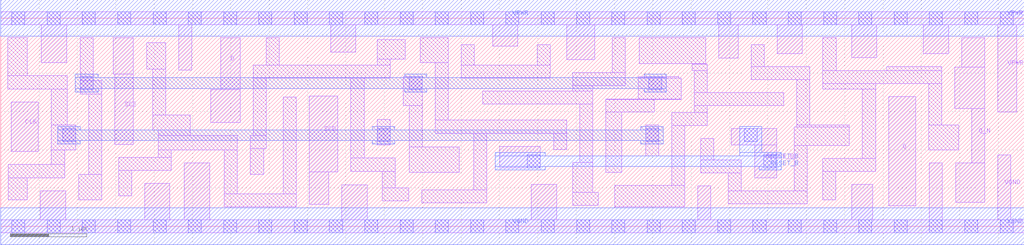
<source format=lef>
# Copyright 2020 The SkyWater PDK Authors
#
# Licensed under the Apache License, Version 2.0 (the "License");
# you may not use this file except in compliance with the License.
# You may obtain a copy of the License at
#
#     https://www.apache.org/licenses/LICENSE-2.0
#
# Unless required by applicable law or agreed to in writing, software
# distributed under the License is distributed on an "AS IS" BASIS,
# WITHOUT WARRANTIES OR CONDITIONS OF ANY KIND, either express or implied.
# See the License for the specific language governing permissions and
# limitations under the License.
#
# SPDX-License-Identifier: Apache-2.0

VERSION 5.7 ;
  NAMESCASESENSITIVE ON ;
  NOWIREEXTENSIONATPIN ON ;
  DIVIDERCHAR "/" ;
  BUSBITCHARS "[]" ;
UNITS
  DATABASE MICRONS 200 ;
END UNITS
MACRO sky130_fd_sc_hd__sdfrbp_2
  CLASS CORE ;
  SOURCE USER ;
  FOREIGN sky130_fd_sc_hd__sdfrbp_2 ;
  ORIGIN  0.000000  0.000000 ;
  SIZE  13.34000 BY  2.720000 ;
  SYMMETRY X Y R90 ;
  SITE unithd ;
  PIN D
    ANTENNAGATEAREA  0.144000 ;
    DIRECTION INPUT ;
    USE SIGNAL ;
    PORT
      LAYER li1 ;
        RECT 2.735000 1.355000 3.120000 1.785000 ;
        RECT 2.865000 1.785000 3.120000 2.465000 ;
    END
  END D
  PIN Q
    ANTENNADIFFAREA  0.511500 ;
    DIRECTION OUTPUT ;
    USE SIGNAL ;
    PORT
      LAYER li1 ;
        RECT 11.575000 0.265000 11.925000 1.695000 ;
    END
  END Q
  PIN Q_N
    ANTENNADIFFAREA  0.445500 ;
    DIRECTION OUTPUT ;
    USE SIGNAL ;
    PORT
      LAYER li1 ;
        RECT 12.435000 1.535000 12.825000 2.080000 ;
        RECT 12.445000 0.310000 12.825000 0.825000 ;
        RECT 12.525000 2.080000 12.825000 2.465000 ;
        RECT 12.655000 0.825000 12.825000 1.535000 ;
    END
  END Q_N
  PIN RESET_B
    ANTENNAGATEAREA  0.252000 ;
    DIRECTION INPUT ;
    USE SIGNAL ;
    PORT
      LAYER li1 ;
        RECT 6.505000 0.765000  7.035000 1.045000 ;
        RECT 9.525000 1.065000 10.115000 1.275000 ;
        RECT 9.825000 0.635000 10.115000 1.065000 ;
      LAYER mcon ;
        RECT 6.865000 0.765000  7.035000 0.935000 ;
        RECT 9.690000 1.105000  9.860000 1.275000 ;
        RECT 9.945000 0.765000 10.115000 0.935000 ;
      LAYER met1 ;
        RECT 6.445000 0.735000  7.095000 0.780000 ;
        RECT 6.445000 0.780000 10.175000 0.920000 ;
        RECT 6.445000 0.920000  7.095000 0.965000 ;
        RECT 9.630000 0.920000 10.175000 0.965000 ;
        RECT 9.630000 0.965000  9.920000 1.305000 ;
        RECT 9.885000 0.735000 10.175000 0.780000 ;
    END
  END RESET_B
  PIN SCD
    ANTENNAGATEAREA  0.156600 ;
    DIRECTION INPUT ;
    USE SIGNAL ;
    PORT
      LAYER li1 ;
        RECT 4.020000 0.285000 4.275000 0.710000 ;
        RECT 4.020000 0.710000 4.395000 1.700000 ;
    END
  END SCD
  PIN SCE
    ANTENNAGATEAREA  0.435000 ;
    DIRECTION INPUT ;
    USE SIGNAL ;
    PORT
      LAYER li1 ;
        RECT 1.465000 1.985000 1.730000 2.465000 ;
        RECT 1.485000 1.070000 1.730000 1.985000 ;
    END
  END SCE
  PIN CLK
    ANTENNAGATEAREA  0.247500 ;
    DIRECTION INPUT ;
    USE CLOCK ;
    PORT
      LAYER li1 ;
        RECT 0.140000 0.975000 0.490000 1.625000 ;
    END
  END CLK
  PIN VGND
    DIRECTION INOUT ;
    SHAPE ABUTMENT ;
    USE GROUND ;
    PORT
      LAYER li1 ;
        RECT  0.000000 -0.085000 13.340000 0.085000 ;
        RECT  0.515000  0.085000  0.845000 0.465000 ;
        RECT  1.875000  0.085000  2.205000 0.560000 ;
        RECT  2.395000  0.085000  2.725000 0.825000 ;
        RECT  4.445000  0.085000  4.775000 0.540000 ;
        RECT  6.915000  0.085000  7.245000 0.545000 ;
        RECT  9.085000  0.085000  9.255000 0.525000 ;
        RECT 11.090000  0.085000 11.365000 0.545000 ;
        RECT 12.105000  0.085000 12.275000 0.825000 ;
        RECT 12.995000  0.085000 13.165000 0.930000 ;
      LAYER mcon ;
        RECT  0.145000 -0.085000  0.315000 0.085000 ;
        RECT  0.605000 -0.085000  0.775000 0.085000 ;
        RECT  1.065000 -0.085000  1.235000 0.085000 ;
        RECT  1.525000 -0.085000  1.695000 0.085000 ;
        RECT  1.985000 -0.085000  2.155000 0.085000 ;
        RECT  2.445000 -0.085000  2.615000 0.085000 ;
        RECT  2.905000 -0.085000  3.075000 0.085000 ;
        RECT  3.365000 -0.085000  3.535000 0.085000 ;
        RECT  3.825000 -0.085000  3.995000 0.085000 ;
        RECT  4.285000 -0.085000  4.455000 0.085000 ;
        RECT  4.745000 -0.085000  4.915000 0.085000 ;
        RECT  5.205000 -0.085000  5.375000 0.085000 ;
        RECT  5.665000 -0.085000  5.835000 0.085000 ;
        RECT  6.125000 -0.085000  6.295000 0.085000 ;
        RECT  6.585000 -0.085000  6.755000 0.085000 ;
        RECT  7.045000 -0.085000  7.215000 0.085000 ;
        RECT  7.505000 -0.085000  7.675000 0.085000 ;
        RECT  7.965000 -0.085000  8.135000 0.085000 ;
        RECT  8.425000 -0.085000  8.595000 0.085000 ;
        RECT  8.885000 -0.085000  9.055000 0.085000 ;
        RECT  9.345000 -0.085000  9.515000 0.085000 ;
        RECT  9.805000 -0.085000  9.975000 0.085000 ;
        RECT 10.265000 -0.085000 10.435000 0.085000 ;
        RECT 10.725000 -0.085000 10.895000 0.085000 ;
        RECT 11.185000 -0.085000 11.355000 0.085000 ;
        RECT 11.645000 -0.085000 11.815000 0.085000 ;
        RECT 12.105000 -0.085000 12.275000 0.085000 ;
        RECT 12.565000 -0.085000 12.735000 0.085000 ;
        RECT 13.025000 -0.085000 13.195000 0.085000 ;
      LAYER met1 ;
        RECT 0.000000 -0.240000 13.340000 0.240000 ;
    END
  END VGND
  PIN VPWR
    DIRECTION INOUT ;
    SHAPE ABUTMENT ;
    USE POWER ;
    PORT
      LAYER li1 ;
        RECT  0.000000 2.635000 13.340000 2.805000 ;
        RECT  0.530000 2.135000  0.860000 2.635000 ;
        RECT  2.320000 2.040000  2.490000 2.635000 ;
        RECT  4.300000 2.275000  4.630000 2.635000 ;
        RECT  6.410000 2.355000  6.740000 2.635000 ;
        RECT  7.375000 2.175000  7.745000 2.635000 ;
        RECT  9.360000 2.195000  9.610000 2.635000 ;
        RECT 10.120000 2.255000 10.450000 2.635000 ;
        RECT 11.090000 2.205000 11.420000 2.635000 ;
        RECT 12.025000 2.255000 12.355000 2.635000 ;
        RECT 12.995000 1.495000 13.245000 2.635000 ;
      LAYER mcon ;
        RECT  0.145000 2.635000  0.315000 2.805000 ;
        RECT  0.605000 2.635000  0.775000 2.805000 ;
        RECT  1.065000 2.635000  1.235000 2.805000 ;
        RECT  1.525000 2.635000  1.695000 2.805000 ;
        RECT  1.985000 2.635000  2.155000 2.805000 ;
        RECT  2.445000 2.635000  2.615000 2.805000 ;
        RECT  2.905000 2.635000  3.075000 2.805000 ;
        RECT  3.365000 2.635000  3.535000 2.805000 ;
        RECT  3.825000 2.635000  3.995000 2.805000 ;
        RECT  4.285000 2.635000  4.455000 2.805000 ;
        RECT  4.745000 2.635000  4.915000 2.805000 ;
        RECT  5.205000 2.635000  5.375000 2.805000 ;
        RECT  5.665000 2.635000  5.835000 2.805000 ;
        RECT  6.125000 2.635000  6.295000 2.805000 ;
        RECT  6.585000 2.635000  6.755000 2.805000 ;
        RECT  7.045000 2.635000  7.215000 2.805000 ;
        RECT  7.505000 2.635000  7.675000 2.805000 ;
        RECT  7.965000 2.635000  8.135000 2.805000 ;
        RECT  8.425000 2.635000  8.595000 2.805000 ;
        RECT  8.885000 2.635000  9.055000 2.805000 ;
        RECT  9.345000 2.635000  9.515000 2.805000 ;
        RECT  9.805000 2.635000  9.975000 2.805000 ;
        RECT 10.265000 2.635000 10.435000 2.805000 ;
        RECT 10.725000 2.635000 10.895000 2.805000 ;
        RECT 11.185000 2.635000 11.355000 2.805000 ;
        RECT 11.645000 2.635000 11.815000 2.805000 ;
        RECT 12.105000 2.635000 12.275000 2.805000 ;
        RECT 12.565000 2.635000 12.735000 2.805000 ;
        RECT 13.025000 2.635000 13.195000 2.805000 ;
      LAYER met1 ;
        RECT 0.000000 2.480000 13.340000 2.960000 ;
    END
  END VPWR
  OBS
    LAYER li1 ;
      RECT  0.090000 1.795000  0.865000 1.965000 ;
      RECT  0.090000 1.965000  0.345000 2.465000 ;
      RECT  0.095000 0.345000  0.345000 0.635000 ;
      RECT  0.095000 0.635000  0.835000 0.805000 ;
      RECT  0.660000 0.805000  0.835000 0.995000 ;
      RECT  0.660000 0.995000  0.975000 1.325000 ;
      RECT  0.660000 1.325000  0.865000 1.795000 ;
      RECT  1.015000 0.345000  1.315000 0.675000 ;
      RECT  1.035000 1.730000  1.315000 1.900000 ;
      RECT  1.035000 1.900000  1.205000 2.465000 ;
      RECT  1.145000 0.675000  1.315000 1.730000 ;
      RECT  1.535000 0.395000  1.705000 0.730000 ;
      RECT  1.535000 0.730000  2.225000 0.900000 ;
      RECT  1.900000 2.055000  2.150000 2.400000 ;
      RECT  1.980000 1.260000  2.470000 1.455000 ;
      RECT  1.980000 1.455000  2.150000 2.055000 ;
      RECT  2.055000 0.900000  2.225000 0.995000 ;
      RECT  2.055000 0.995000  3.085000 1.185000 ;
      RECT  2.055000 1.185000  2.470000 1.260000 ;
      RECT  2.915000 0.255000  3.850000 0.425000 ;
      RECT  2.915000 0.425000  3.085000 0.995000 ;
      RECT  3.255000 0.675000  3.425000 1.015000 ;
      RECT  3.255000 1.015000  3.460000 1.185000 ;
      RECT  3.290000 1.185000  3.460000 1.935000 ;
      RECT  3.290000 1.935000  5.075000 2.105000 ;
      RECT  3.460000 2.105000  3.630000 2.465000 ;
      RECT  3.680000 0.425000  3.850000 1.685000 ;
      RECT  4.565000 0.715000  5.145000 0.895000 ;
      RECT  4.565000 0.895000  4.735000 1.935000 ;
      RECT  4.905000 1.065000  5.075000 1.395000 ;
      RECT  4.905000 2.105000  5.075000 2.185000 ;
      RECT  4.905000 2.185000  5.275000 2.435000 ;
      RECT  4.975000 0.335000  5.315000 0.505000 ;
      RECT  4.975000 0.505000  5.145000 0.715000 ;
      RECT  5.245000 1.575000  5.495000 1.955000 ;
      RECT  5.325000 0.705000  5.975000 1.035000 ;
      RECT  5.325000 1.035000  5.495000 1.575000 ;
      RECT  5.470000 2.135000  5.835000 2.465000 ;
      RECT  5.485000 0.305000  6.335000 0.475000 ;
      RECT  5.665000 1.215000  7.375000 1.385000 ;
      RECT  5.665000 1.385000  5.835000 2.135000 ;
      RECT  6.005000 1.935000  7.165000 2.105000 ;
      RECT  6.005000 2.105000  6.175000 2.375000 ;
      RECT  6.165000 0.475000  6.335000 1.215000 ;
      RECT  6.285000 1.595000  7.715000 1.765000 ;
      RECT  6.995000 2.105000  7.165000 2.375000 ;
      RECT  7.205000 1.005000  7.375000 1.215000 ;
      RECT  7.455000 0.275000  7.785000 0.445000 ;
      RECT  7.455000 0.445000  7.715000 0.835000 ;
      RECT  7.455000 1.765000  7.715000 1.835000 ;
      RECT  7.455000 1.835000  8.140000 2.005000 ;
      RECT  7.545000 0.835000  7.715000 1.595000 ;
      RECT  7.885000 0.705000  8.095000 1.495000 ;
      RECT  7.885000 1.495000  8.520000 1.655000 ;
      RECT  7.885000 1.655000  8.870000 1.665000 ;
      RECT  7.970000 2.005000  8.140000 2.465000 ;
      RECT  8.005000 0.255000  8.915000 0.535000 ;
      RECT  8.310000 1.665000  8.870000 1.935000 ;
      RECT  8.310000 1.935000  8.840000 1.955000 ;
      RECT  8.320000 2.125000  9.190000 2.465000 ;
      RECT  8.405000 0.920000  8.575000 1.325000 ;
      RECT  8.745000 0.535000  8.915000 1.315000 ;
      RECT  8.745000 1.315000  9.210000 1.485000 ;
      RECT  9.015000 2.035000  9.210000 2.115000 ;
      RECT  9.015000 2.115000  9.190000 2.125000 ;
      RECT  9.040000 1.485000  9.210000 1.575000 ;
      RECT  9.040000 1.575000 10.205000 1.745000 ;
      RECT  9.040000 1.745000  9.210000 2.035000 ;
      RECT  9.125000 0.695000  9.655000 0.865000 ;
      RECT  9.125000 0.865000  9.295000 1.145000 ;
      RECT  9.485000 0.295000 10.515000 0.465000 ;
      RECT  9.485000 0.465000  9.655000 0.695000 ;
      RECT  9.780000 1.915000 10.545000 2.085000 ;
      RECT  9.780000 2.085000  9.950000 2.375000 ;
      RECT 10.345000 0.465000 10.515000 1.055000 ;
      RECT 10.345000 1.055000 11.060000 1.295000 ;
      RECT 10.375000 1.295000 11.060000 1.325000 ;
      RECT 10.375000 1.325000 10.545000 1.915000 ;
      RECT 10.715000 0.345000 10.885000 0.715000 ;
      RECT 10.715000 0.715000 11.405000 0.885000 ;
      RECT 10.715000 1.795000 11.405000 1.865000 ;
      RECT 10.715000 1.865000 12.265000 2.035000 ;
      RECT 10.715000 2.035000 10.890000 2.465000 ;
      RECT 11.230000 0.885000 11.405000 1.795000 ;
      RECT 11.550000 2.035000 12.265000 2.085000 ;
      RECT 12.095000 0.995000 12.485000 1.325000 ;
      RECT 12.095000 1.325000 12.265000 1.865000 ;
    LAYER mcon ;
      RECT 0.805000 1.105000 0.975000 1.275000 ;
      RECT 1.035000 1.785000 1.205000 1.955000 ;
      RECT 4.905000 1.105000 5.075000 1.275000 ;
      RECT 5.325000 1.785000 5.495000 1.955000 ;
      RECT 8.405000 1.105000 8.575000 1.275000 ;
      RECT 8.445000 1.785000 8.615000 1.955000 ;
    LAYER met1 ;
      RECT 0.745000 1.075000 1.035000 1.120000 ;
      RECT 0.745000 1.120000 8.635000 1.260000 ;
      RECT 0.745000 1.260000 1.035000 1.305000 ;
      RECT 0.970000 1.755000 1.270000 1.800000 ;
      RECT 0.970000 1.800000 8.675000 1.940000 ;
      RECT 0.970000 1.940000 1.270000 1.985000 ;
      RECT 4.845000 1.075000 5.135000 1.120000 ;
      RECT 4.845000 1.260000 5.135000 1.305000 ;
      RECT 5.265000 1.755000 5.555000 1.800000 ;
      RECT 5.265000 1.940000 5.555000 1.985000 ;
      RECT 8.345000 1.075000 8.635000 1.120000 ;
      RECT 8.345000 1.260000 8.635000 1.305000 ;
      RECT 8.385000 1.755000 8.675000 1.800000 ;
      RECT 8.385000 1.940000 8.675000 1.985000 ;
  END
END sky130_fd_sc_hd__sdfrbp_2
END LIBRARY

</source>
